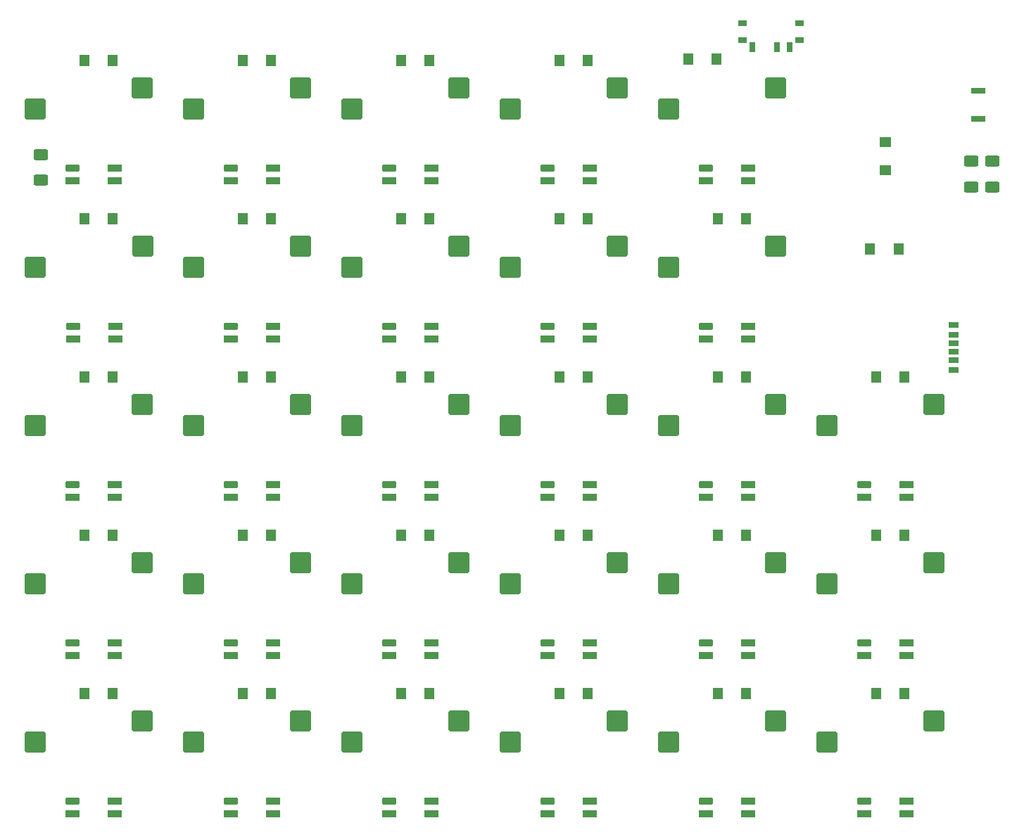
<source format=gbp>
%TF.GenerationSoftware,KiCad,Pcbnew,(6.0.4-0)*%
%TF.CreationDate,2022-10-03T20:51:09+03:00*%
%TF.ProjectId,Splitimsi,53706c69-7469-46d7-9369-2e6b69636164,rev?*%
%TF.SameCoordinates,Original*%
%TF.FileFunction,Paste,Bot*%
%TF.FilePolarity,Positive*%
%FSLAX46Y46*%
G04 Gerber Fmt 4.6, Leading zero omitted, Abs format (unit mm)*
G04 Created by KiCad (PCBNEW (6.0.4-0)) date 2022-10-03 20:51:09*
%MOMM*%
%LPD*%
G01*
G04 APERTURE LIST*
G04 Aperture macros list*
%AMRoundRect*
0 Rectangle with rounded corners*
0 $1 Rounding radius*
0 $2 $3 $4 $5 $6 $7 $8 $9 X,Y pos of 4 corners*
0 Add a 4 corners polygon primitive as box body*
4,1,4,$2,$3,$4,$5,$6,$7,$8,$9,$2,$3,0*
0 Add four circle primitives for the rounded corners*
1,1,$1+$1,$2,$3*
1,1,$1+$1,$4,$5*
1,1,$1+$1,$6,$7*
1,1,$1+$1,$8,$9*
0 Add four rect primitives between the rounded corners*
20,1,$1+$1,$2,$3,$4,$5,0*
20,1,$1+$1,$4,$5,$6,$7,0*
20,1,$1+$1,$6,$7,$8,$9,0*
20,1,$1+$1,$8,$9,$2,$3,0*%
G04 Aperture macros list end*
%ADD10R,1.700000X0.800000*%
%ADD11RoundRect,0.250000X-1.025000X-1.000000X1.025000X-1.000000X1.025000X1.000000X-1.025000X1.000000X0*%
%ADD12R,1.700000X0.820000*%
%ADD13RoundRect,0.205000X-0.645000X-0.205000X0.645000X-0.205000X0.645000X0.205000X-0.645000X0.205000X0*%
%ADD14R,1.200000X1.400000*%
%ADD15RoundRect,0.250000X-0.625000X0.400000X-0.625000X-0.400000X0.625000X-0.400000X0.625000X0.400000X0*%
%ADD16R,1.000000X0.700000*%
%ADD17R,0.700000X1.200000*%
%ADD18R,1.200000X0.700000*%
%ADD19R,1.200000X0.760000*%
%ADD20R,1.200000X0.800000*%
%ADD21RoundRect,0.250000X0.625000X-0.400000X0.625000X0.400000X-0.625000X0.400000X-0.625000X-0.400000X0*%
%ADD22R,1.400000X1.200000*%
G04 APERTURE END LIST*
D10*
%TO.C,rst1*%
X137475395Y-27237625D03*
X137475395Y-23837625D03*
%TD*%
D11*
%TO.C,SW21*%
X62130000Y-83185000D03*
X75057000Y-80645000D03*
D12*
X71763633Y-91789178D03*
X71763633Y-90289178D03*
D13*
X66663633Y-90289178D03*
D12*
X66663633Y-91789178D03*
D14*
X68075388Y-77320359D03*
X71475388Y-77320359D03*
%TD*%
D11*
%TO.C,SW16*%
X81180000Y-64135000D03*
X94107000Y-61595000D03*
D12*
X90813633Y-72739178D03*
X90813633Y-71239178D03*
D13*
X85713633Y-71239178D03*
D12*
X85713633Y-72739178D03*
D14*
X87125388Y-58270359D03*
X90525388Y-58270359D03*
%TD*%
D11*
%TO.C,SW13*%
X24030000Y-64135000D03*
X36957000Y-61595000D03*
D12*
X33663633Y-72739178D03*
X33663633Y-71239178D03*
D13*
X28563633Y-71239178D03*
D12*
X28563633Y-72739178D03*
D14*
X29975388Y-58270359D03*
X33375388Y-58270359D03*
%TD*%
D11*
%TO.C,SW9*%
X62130000Y-45085000D03*
X75057000Y-42545000D03*
D12*
X71763633Y-53689178D03*
X71763633Y-52189178D03*
D13*
X66663633Y-52189178D03*
D12*
X66663633Y-53689178D03*
D14*
X68075388Y-39220359D03*
X71475388Y-39220359D03*
%TD*%
D11*
%TO.C,SW26*%
X43080000Y-102235000D03*
X56007000Y-99695000D03*
D12*
X52713633Y-110839178D03*
X52713633Y-109339178D03*
D13*
X47613633Y-109339178D03*
D12*
X47613633Y-110839178D03*
D14*
X49025388Y-96370359D03*
X52425388Y-96370359D03*
%TD*%
D11*
%TO.C,SW1*%
X24030000Y-26035000D03*
X36957000Y-23495000D03*
D12*
X33663633Y-34639178D03*
X33663633Y-33139178D03*
D13*
X28563633Y-33139178D03*
D12*
X28563633Y-34639178D03*
D14*
X29975388Y-20170359D03*
X33375388Y-20170359D03*
%TD*%
D11*
%TO.C,SW5*%
X100230000Y-26035000D03*
X113157000Y-23495000D03*
D12*
X109863633Y-34639178D03*
X109863633Y-33139178D03*
D13*
X104763633Y-33139178D03*
D12*
X104763633Y-34639178D03*
D14*
X102649391Y-20035080D03*
X106049391Y-20035080D03*
%TD*%
D11*
%TO.C,SW7*%
X24061832Y-45085000D03*
X36988832Y-42545000D03*
D12*
X33695465Y-53689178D03*
X33695465Y-52189178D03*
D13*
X28595465Y-52189178D03*
D12*
X28595465Y-53689178D03*
D14*
X30007220Y-39220359D03*
X33407220Y-39220359D03*
%TD*%
D11*
%TO.C,SW17*%
X100230000Y-64135000D03*
X113157000Y-61595000D03*
D12*
X109863633Y-72739178D03*
X109863633Y-71239178D03*
D13*
X104763633Y-71239178D03*
D12*
X104763633Y-72739178D03*
D14*
X106175388Y-58270359D03*
X109575388Y-58270359D03*
%TD*%
D11*
%TO.C,SW22*%
X81180000Y-83185000D03*
X94107000Y-80645000D03*
D12*
X90813633Y-91789178D03*
X90813633Y-90289178D03*
D13*
X85713633Y-90289178D03*
D12*
X85713633Y-91789178D03*
D14*
X87125388Y-77320359D03*
X90525388Y-77320359D03*
%TD*%
D11*
%TO.C,SW19*%
X24030000Y-83185000D03*
X36957000Y-80645000D03*
D12*
X33663633Y-91789178D03*
X33663633Y-90289178D03*
D13*
X28563633Y-90289178D03*
D12*
X28563633Y-91789178D03*
D14*
X29975388Y-77320359D03*
X33375388Y-77320359D03*
%TD*%
D11*
%TO.C,SW15*%
X62130000Y-64135000D03*
X75057000Y-61595000D03*
D12*
X71763633Y-72739178D03*
X71763633Y-71239178D03*
D13*
X66663633Y-71239178D03*
D12*
X66663633Y-72739178D03*
D14*
X68075388Y-58270359D03*
X71475388Y-58270359D03*
%TD*%
D11*
%TO.C,SW2*%
X43080000Y-26035000D03*
X56007000Y-23495000D03*
D12*
X52713633Y-34639178D03*
X52713633Y-33139178D03*
D13*
X47613633Y-33139178D03*
D12*
X47613633Y-34639178D03*
D14*
X49025388Y-20170359D03*
X52425388Y-20170359D03*
%TD*%
D11*
%TO.C,SW4*%
X81180000Y-26035000D03*
X94107000Y-23495000D03*
D12*
X90813633Y-34639178D03*
X90813633Y-33139178D03*
D13*
X85713633Y-33139178D03*
D12*
X85713633Y-34639178D03*
D14*
X87125388Y-20170359D03*
X90525388Y-20170359D03*
%TD*%
D11*
%TO.C,SW30*%
X119280000Y-102235000D03*
X132207000Y-99695000D03*
D12*
X128913633Y-110839178D03*
X128913633Y-109339178D03*
D13*
X123813633Y-109339178D03*
D12*
X123813633Y-110839178D03*
D14*
X125225388Y-96370359D03*
X128625388Y-96370359D03*
%TD*%
D11*
%TO.C,SW14*%
X43080000Y-64135000D03*
X56007000Y-61595000D03*
D12*
X52713633Y-72739178D03*
X52713633Y-71239178D03*
D13*
X47613633Y-71239178D03*
D12*
X47613633Y-72739178D03*
D14*
X49025388Y-58270359D03*
X52425388Y-58270359D03*
%TD*%
D11*
%TO.C,SW8*%
X43080000Y-45085000D03*
X56007000Y-42545000D03*
D12*
X52713633Y-53689178D03*
X52713633Y-52189178D03*
D13*
X47613633Y-52189178D03*
D12*
X47613633Y-53689178D03*
D14*
X49025388Y-39220359D03*
X52425388Y-39220359D03*
%TD*%
D11*
%TO.C,SW24*%
X119280000Y-83185000D03*
X132207000Y-80645000D03*
D12*
X128913633Y-91789178D03*
X128913633Y-90289178D03*
D13*
X123813633Y-90289178D03*
D12*
X123813633Y-91789178D03*
D14*
X125225388Y-77320359D03*
X128625388Y-77320359D03*
%TD*%
D11*
%TO.C,SW3*%
X62130000Y-26035000D03*
X75057000Y-23495000D03*
D12*
X71763633Y-34639178D03*
X71763633Y-33139178D03*
D13*
X66663633Y-33139178D03*
D12*
X66663633Y-34639178D03*
D14*
X68075388Y-20170359D03*
X71475388Y-20170359D03*
%TD*%
D11*
%TO.C,SW27*%
X62130000Y-102235000D03*
X75057000Y-99695000D03*
D12*
X71763633Y-110839178D03*
X71763633Y-109339178D03*
D13*
X66663633Y-109339178D03*
D12*
X66663633Y-110839178D03*
D14*
X68075388Y-96370359D03*
X71475388Y-96370359D03*
%TD*%
D11*
%TO.C,SW18*%
X119280000Y-64135000D03*
X132207000Y-61595000D03*
D12*
X128913633Y-72739178D03*
X128913633Y-71239178D03*
D13*
X123813633Y-71239178D03*
D12*
X123813633Y-72739178D03*
D14*
X125225388Y-58270359D03*
X128625388Y-58270359D03*
%TD*%
D11*
%TO.C,SW28*%
X81180000Y-102235000D03*
X94107000Y-99695000D03*
D12*
X90813633Y-110839178D03*
X90813633Y-109339178D03*
D13*
X85713633Y-109339178D03*
D12*
X85713633Y-110839178D03*
D14*
X87125388Y-96370359D03*
X90525388Y-96370359D03*
%TD*%
D11*
%TO.C,SW11*%
X100230000Y-45085000D03*
X113157000Y-42545000D03*
D12*
X109863633Y-53689178D03*
X109863633Y-52189178D03*
D13*
X104763633Y-52189178D03*
D12*
X104763633Y-53689178D03*
D14*
X106175388Y-39220359D03*
X109575388Y-39220359D03*
%TD*%
D11*
%TO.C,SW23*%
X100230000Y-83185000D03*
X113157000Y-80645000D03*
D12*
X109863633Y-91789178D03*
X109863633Y-90289178D03*
D13*
X104763633Y-90289178D03*
D12*
X104763633Y-91789178D03*
D14*
X106175388Y-77320359D03*
X109575388Y-77320359D03*
%TD*%
D11*
%TO.C,SW10*%
X81180000Y-45085000D03*
X94107000Y-42545000D03*
D12*
X90813633Y-53689178D03*
X90813633Y-52189178D03*
D13*
X85713633Y-52189178D03*
D12*
X85713633Y-53689178D03*
D14*
X87125388Y-39220359D03*
X90525388Y-39220359D03*
%TD*%
D11*
%TO.C,SW29*%
X100230000Y-102235000D03*
X113157000Y-99695000D03*
D12*
X109863633Y-110839178D03*
X109863633Y-109339178D03*
D13*
X104763633Y-109339178D03*
D12*
X104763633Y-110839178D03*
D14*
X106175388Y-96370359D03*
X109575388Y-96370359D03*
%TD*%
D11*
%TO.C,SW20*%
X43080000Y-83185000D03*
X56007000Y-80645000D03*
D12*
X52713633Y-91789178D03*
X52713633Y-90289178D03*
D13*
X47613633Y-90289178D03*
D12*
X47613633Y-91789178D03*
D14*
X49025388Y-77320359D03*
X52425388Y-77320359D03*
%TD*%
D11*
%TO.C,SW25*%
X24030000Y-102235000D03*
X36957000Y-99695000D03*
D12*
X33663633Y-110839178D03*
X33663633Y-109339178D03*
D13*
X28563633Y-109339178D03*
D12*
X28563633Y-110839178D03*
D14*
X29975388Y-96370359D03*
X33375388Y-96370359D03*
%TD*%
D15*
%TO.C,R1*%
X24690000Y-31480000D03*
X24690000Y-34580000D03*
%TD*%
D16*
%TO.C,BatSW1*%
X109110000Y-15660000D03*
X109110000Y-17760000D03*
X116010000Y-15660000D03*
X116010000Y-17760000D03*
D17*
X110310000Y-18560000D03*
X113310000Y-18560000D03*
X114810000Y-18560000D03*
%TD*%
D18*
%TO.C,J1*%
X134510000Y-54220000D03*
D19*
X134510000Y-56240000D03*
D20*
X134510000Y-57470000D03*
D18*
X134510000Y-55220000D03*
D19*
X134510000Y-53200000D03*
D20*
X134510000Y-51970000D03*
%TD*%
D21*
%TO.C,R2*%
X136650000Y-35410000D03*
X136650000Y-32310000D03*
%TD*%
D22*
%TO.C,D1*%
X126363663Y-33369915D03*
X126363663Y-29969915D03*
%TD*%
D14*
%TO.C,D2*%
X127906250Y-42862500D03*
X124506250Y-42862500D03*
%TD*%
D21*
%TO.C,R3*%
X139200000Y-35410000D03*
X139200000Y-32310000D03*
%TD*%
M02*

</source>
